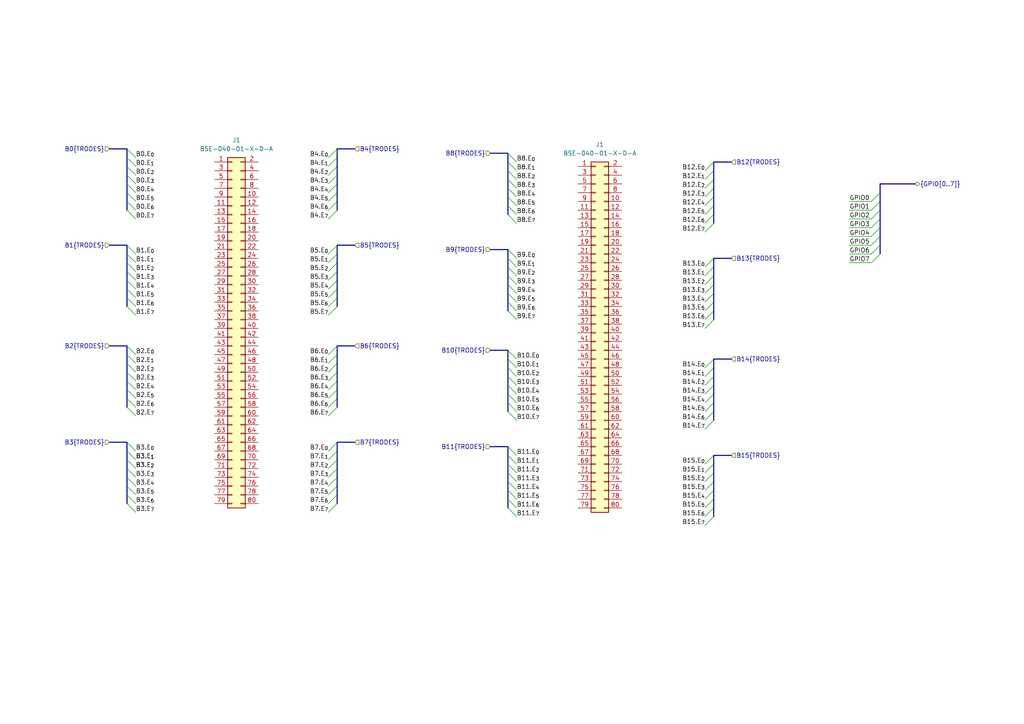
<source format=kicad_sch>
(kicad_sch (version 20230121) (generator eeschema)
  (paper "A4")
  (title_block (title "Extracellular Electrophysiology Test Board") (rev "A") (company "Open Ephys, Inc") (comment 1 "Jonathan P. Newman"))
  (lib_symbols
    (symbol "Connector_Generic:Conn_02x40_Odd_Even" (pin_names (offset 1.016) hide)
      (property "Reference" "J" (at 1.27 50.8 0))
      (property "Value" "Conn_02x40_Odd_Even" (at 1.27 -53.34 0))
      (symbol "Conn_02x40_Odd_Even_1_1"
        (rectangle (start -1.27 -50.673) (end 0 -50.927) (stroke (width 0.1524)))
        (rectangle (start -1.27 -48.133) (end 0 -48.387) (stroke (width 0.1524)))
        (rectangle (start -1.27 -45.593) (end 0 -45.847) (stroke (width 0.1524)))
        (rectangle (start -1.27 -43.053) (end 0 -43.307) (stroke (width 0.1524)))
        (rectangle (start -1.27 -40.513) (end 0 -40.767) (stroke (width 0.1524)))
        (rectangle (start -1.27 -37.973) (end 0 -38.227) (stroke (width 0.1524)))
        (rectangle (start -1.27 -35.433) (end 0 -35.687) (stroke (width 0.1524)))
        (rectangle (start -1.27 -32.893) (end 0 -33.147) (stroke (width 0.1524)))
        (rectangle (start -1.27 -30.353) (end 0 -30.607) (stroke (width 0.1524)))
        (rectangle (start -1.27 -27.813) (end 0 -28.067) (stroke (width 0.1524)))
        (rectangle (start -1.27 -25.273) (end 0 -25.527) (stroke (width 0.1524)))
        (rectangle (start -1.27 -22.733) (end 0 -22.987) (stroke (width 0.1524)))
        (rectangle (start -1.27 -20.193) (end 0 -20.447) (stroke (width 0.1524)))
        (rectangle (start -1.27 -17.653) (end 0 -17.907) (stroke (width 0.1524)))
        (rectangle (start -1.27 -15.113) (end 0 -15.367) (stroke (width 0.1524)))
        (rectangle (start -1.27 -12.573) (end 0 -12.827) (stroke (width 0.1524)))
        (rectangle (start -1.27 -10.033) (end 0 -10.287) (stroke (width 0.1524)))
        (rectangle (start -1.27 -7.493) (end 0 -7.747) (stroke (width 0.1524)))
        (rectangle (start -1.27 -4.953) (end 0 -5.207) (stroke (width 0.1524)))
        (rectangle (start -1.27 -2.413) (end 0 -2.667) (stroke (width 0.1524)))
        (rectangle (start -1.27 0.127) (end 0 -0.127) (stroke (width 0.1524)))
        (rectangle (start -1.27 2.667) (end 0 2.413) (stroke (width 0.1524)))
        (rectangle (start -1.27 5.207) (end 0 4.953) (stroke (width 0.1524)))
        (rectangle (start -1.27 7.747) (end 0 7.493) (stroke (width 0.1524)))
        (rectangle (start -1.27 10.287) (end 0 10.033) (stroke (width 0.1524)))
        (rectangle (start -1.27 12.827) (end 0 12.573) (stroke (width 0.1524)))
        (rectangle (start -1.27 15.367) (end 0 15.113) (stroke (width 0.1524)))
        (rectangle (start -1.27 17.907) (end 0 17.653) (stroke (width 0.1524)))
        (rectangle (start -1.27 20.447) (end 0 20.193) (stroke (width 0.1524)))
        (rectangle (start -1.27 22.987) (end 0 22.733) (stroke (width 0.1524)))
        (rectangle (start -1.27 25.527) (end 0 25.273) (stroke (width 0.1524)))
        (rectangle (start -1.27 28.067) (end 0 27.813) (stroke (width 0.1524)))
        (rectangle (start -1.27 30.607) (end 0 30.353) (stroke (width 0.1524)))
        (rectangle (start -1.27 33.147) (end 0 32.893) (stroke (width 0.1524)))
        (rectangle (start -1.27 35.687) (end 0 35.433) (stroke (width 0.1524)))
        (rectangle (start -1.27 38.227) (end 0 37.973) (stroke (width 0.1524)))
        (rectangle (start -1.27 40.767) (end 0 40.513) (stroke (width 0.1524)))
        (rectangle (start -1.27 43.307) (end 0 43.053) (stroke (width 0.1524)))
        (rectangle (start -1.27 45.847) (end 0 45.593) (stroke (width 0.1524)))
        (rectangle (start -1.27 48.387) (end 0 48.133) (stroke (width 0.1524)))
        (rectangle (start -1.27 49.53) (end 3.81 -52.07) (stroke (width 0.254)) (fill (type background)))
        (rectangle (start 3.81 -50.673) (end 2.54 -50.927) (stroke (width 0.1524)))
        (rectangle (start 3.81 -48.133) (end 2.54 -48.387) (stroke (width 0.1524)))
        (rectangle (start 3.81 -45.593) (end 2.54 -45.847) (stroke (width 0.1524)))
        (rectangle (start 3.81 -43.053) (end 2.54 -43.307) (stroke (width 0.1524)))
        (rectangle (start 3.81 -40.513) (end 2.54 -40.767) (stroke (width 0.1524)))
        (rectangle (start 3.81 -37.973) (end 2.54 -38.227) (stroke (width 0.1524)))
        (rectangle (start 3.81 -35.433) (end 2.54 -35.687) (stroke (width 0.1524)))
        (rectangle (start 3.81 -32.893) (end 2.54 -33.147) (stroke (width 0.1524)))
        (rectangle (start 3.81 -30.353) (end 2.54 -30.607) (stroke (width 0.1524)))
        (rectangle (start 3.81 -27.813) (end 2.54 -28.067) (stroke (width 0.1524)))
        (rectangle (start 3.81 -25.273) (end 2.54 -25.527) (stroke (width 0.1524)))
        (rectangle (start 3.81 -22.733) (end 2.54 -22.987) (stroke (width 0.1524)))
        (rectangle (start 3.81 -20.193) (end 2.54 -20.447) (stroke (width 0.1524)))
        (rectangle (start 3.81 -17.653) (end 2.54 -17.907) (stroke (width 0.1524)))
        (rectangle (start 3.81 -15.113) (end 2.54 -15.367) (stroke (width 0.1524)))
        (rectangle (start 3.81 -12.573) (end 2.54 -12.827) (stroke (width 0.1524)))
        (rectangle (start 3.81 -10.033) (end 2.54 -10.287) (stroke (width 0.1524)))
        (rectangle (start 3.81 -7.493) (end 2.54 -7.747) (stroke (width 0.1524)))
        (rectangle (start 3.81 -4.953) (end 2.54 -5.207) (stroke (width 0.1524)))
        (rectangle (start 3.81 -2.413) (end 2.54 -2.667) (stroke (width 0.1524)))
        (rectangle (start 3.81 0.127) (end 2.54 -0.127) (stroke (width 0.1524)))
        (rectangle (start 3.81 2.667) (end 2.54 2.413) (stroke (width 0.1524)))
        (rectangle (start 3.81 5.207) (end 2.54 4.953) (stroke (width 0.1524)))
        (rectangle (start 3.81 7.747) (end 2.54 7.493) (stroke (width 0.1524)))
        (rectangle (start 3.81 10.287) (end 2.54 10.033) (stroke (width 0.1524)))
        (rectangle (start 3.81 12.827) (end 2.54 12.573) (stroke (width 0.1524)))
        (rectangle (start 3.81 15.367) (end 2.54 15.113) (stroke (width 0.1524)))
        (rectangle (start 3.81 17.907) (end 2.54 17.653) (stroke (width 0.1524)))
        (rectangle (start 3.81 20.447) (end 2.54 20.193) (stroke (width 0.1524)))
        (rectangle (start 3.81 22.987) (end 2.54 22.733) (stroke (width 0.1524)))
        (rectangle (start 3.81 25.527) (end 2.54 25.273) (stroke (width 0.1524)))
        (rectangle (start 3.81 28.067) (end 2.54 27.813) (stroke (width 0.1524)))
        (rectangle (start 3.81 30.607) (end 2.54 30.353) (stroke (width 0.1524)))
        (rectangle (start 3.81 33.147) (end 2.54 32.893) (stroke (width 0.1524)))
        (rectangle (start 3.81 35.687) (end 2.54 35.433) (stroke (width 0.1524)))
        (rectangle (start 3.81 38.227) (end 2.54 37.973) (stroke (width 0.1524)))
        (rectangle (start 3.81 40.767) (end 2.54 40.513) (stroke (width 0.1524)))
        (rectangle (start 3.81 43.307) (end 2.54 43.053) (stroke (width 0.1524)))
        (rectangle (start 3.81 45.847) (end 2.54 45.593) (stroke (width 0.1524)))
        (rectangle (start 3.81 48.387) (end 2.54 48.133) (stroke (width 0.1524)))
        (pin passive line (at -5.08 48.26 0) (length 3.81) (name "Pin_1") (number "1"))
        (pin passive line (at 7.62 38.1 180) (length 3.81) (name "Pin_10") (number "10"))
        (pin passive line (at -5.08 35.56 0) (length 3.81) (name "Pin_11") (number "11"))
        (pin passive line (at 7.62 35.56 180) (length 3.81) (name "Pin_12") (number "12"))
        (pin passive line (at -5.08 33.02 0) (length 3.81) (name "Pin_13") (number "13"))
        (pin passive line (at 7.62 33.02 180) (length 3.81) (name "Pin_14") (number "14"))
        (pin passive line (at -5.08 30.48 0) (length 3.81) (name "Pin_15") (number "15"))
        (pin passive line (at 7.62 30.48 180) (length 3.81) (name "Pin_16") (number "16"))
        (pin passive line (at -5.08 27.94 0) (length 3.81) (name "Pin_17") (number "17"))
        (pin passive line (at 7.62 27.94 180) (length 3.81) (name "Pin_18") (number "18"))
        (pin passive line (at -5.08 25.4 0) (length 3.81) (name "Pin_19") (number "19"))
        (pin passive line (at 7.62 48.26 180) (length 3.81) (name "Pin_2") (number "2"))
        (pin passive line (at 7.62 25.4 180) (length 3.81) (name "Pin_20") (number "20"))
        (pin passive line (at -5.08 22.86 0) (length 3.81) (name "Pin_21") (number "21"))
        (pin passive line (at 7.62 22.86 180) (length 3.81) (name "Pin_22") (number "22"))
        (pin passive line (at -5.08 20.32 0) (length 3.81) (name "Pin_23") (number "23"))
        (pin passive line (at 7.62 20.32 180) (length 3.81) (name "Pin_24") (number "24"))
        (pin passive line (at -5.08 17.78 0) (length 3.81) (name "Pin_25") (number "25"))
        (pin passive line (at 7.62 17.78 180) (length 3.81) (name "Pin_26") (number "26"))
        (pin passive line (at -5.08 15.24 0) (length 3.81) (name "Pin_27") (number "27"))
        (pin passive line (at 7.62 15.24 180) (length 3.81) (name "Pin_28") (number "28"))
        (pin passive line (at -5.08 12.7 0) (length 3.81) (name "Pin_29") (number "29"))
        (pin passive line (at -5.08 45.72 0) (length 3.81) (name "Pin_3") (number "3"))
        (pin passive line (at 7.62 12.7 180) (length 3.81) (name "Pin_30") (number "30"))
        (pin passive line (at -5.08 10.16 0) (length 3.81) (name "Pin_31") (number "31"))
        (pin passive line (at 7.62 10.16 180) (length 3.81) (name "Pin_32") (number "32"))
        (pin passive line (at -5.08 7.62 0) (length 3.81) (name "Pin_33") (number "33"))
        (pin passive line (at 7.62 7.62 180) (length 3.81) (name "Pin_34") (number "34"))
        (pin passive line (at -5.08 5.08 0) (length 3.81) (name "Pin_35") (number "35"))
        (pin passive line (at 7.62 5.08 180) (length 3.81) (name "Pin_36") (number "36"))
        (pin passive line (at -5.08 2.54 0) (length 3.81) (name "Pin_37") (number "37"))
        (pin passive line (at 7.62 2.54 180) (length 3.81) (name "Pin_38") (number "38"))
        (pin passive line (at -5.08 0 0) (length 3.81) (name "Pin_39") (number "39"))
        (pin passive line (at 7.62 45.72 180) (length 3.81) (name "Pin_4") (number "4"))
        (pin passive line (at 7.62 0 180) (length 3.81) (name "Pin_40") (number "40"))
        (pin passive line (at -5.08 -2.54 0) (length 3.81) (name "Pin_41") (number "41"))
        (pin passive line (at 7.62 -2.54 180) (length 3.81) (name "Pin_42") (number "42"))
        (pin passive line (at -5.08 -5.08 0) (length 3.81) (name "Pin_43") (number "43"))
        (pin passive line (at 7.62 -5.08 180) (length 3.81) (name "Pin_44") (number "44"))
        (pin passive line (at -5.08 -7.62 0) (length 3.81) (name "Pin_45") (number "45"))
        (pin passive line (at 7.62 -7.62 180) (length 3.81) (name "Pin_46") (number "46"))
        (pin passive line (at -5.08 -10.16 0) (length 3.81) (name "Pin_47") (number "47"))
        (pin passive line (at 7.62 -10.16 180) (length 3.81) (name "Pin_48") (number "48"))
        (pin passive line (at -5.08 -12.7 0) (length 3.81) (name "Pin_49") (number "49"))
        (pin passive line (at -5.08 43.18 0) (length 3.81) (name "Pin_5") (number "5"))
        (pin passive line (at 7.62 -12.7 180) (length 3.81) (name "Pin_50") (number "50"))
        (pin passive line (at -5.08 -15.24 0) (length 3.81) (name "Pin_51") (number "51"))
        (pin passive line (at 7.62 -15.24 180) (length 3.81) (name "Pin_52") (number "52"))
        (pin passive line (at -5.08 -17.78 0) (length 3.81) (name "Pin_53") (number "53"))
        (pin passive line (at 7.62 -17.78 180) (length 3.81) (name "Pin_54") (number "54"))
        (pin passive line (at -5.08 -20.32 0) (length 3.81) (name "Pin_55") (number "55"))
        (pin passive line (at 7.62 -20.32 180) (length 3.81) (name "Pin_56") (number "56"))
        (pin passive line (at -5.08 -22.86 0) (length 3.81) (name "Pin_57") (number "57"))
        (pin passive line (at 7.62 -22.86 180) (length 3.81) (name "Pin_58") (number "58"))
        (pin passive line (at -5.08 -25.4 0) (length 3.81) (name "Pin_59") (number "59"))
        (pin passive line (at 7.62 43.18 180) (length 3.81) (name "Pin_6") (number "6"))
        (pin passive line (at 7.62 -25.4 180) (length 3.81) (name "Pin_60") (number "60"))
        (pin passive line (at -5.08 -27.94 0) (length 3.81) (name "Pin_61") (number "61"))
        (pin passive line (at 7.62 -27.94 180) (length 3.81) (name "Pin_62") (number "62"))
        (pin passive line (at -5.08 -30.48 0) (length 3.81) (name "Pin_63") (number "63"))
        (pin passive line (at 7.62 -30.48 180) (length 3.81) (name "Pin_64") (number "64"))
        (pin passive line (at -5.08 -33.02 0) (length 3.81) (name "Pin_65") (number "65"))
        (pin passive line (at 7.62 -33.02 180) (length 3.81) (name "Pin_66") (number "66"))
        (pin passive line (at -5.08 -35.56 0) (length 3.81) (name "Pin_67") (number "67"))
        (pin passive line (at 7.62 -35.56 180) (length 3.81) (name "Pin_68") (number "68"))
        (pin passive line (at -5.08 -38.1 0) (length 3.81) (name "Pin_69") (number "69"))
        (pin passive line (at -5.08 40.64 0) (length 3.81) (name "Pin_7") (number "7"))
        (pin passive line (at 7.62 -38.1 180) (length 3.81) (name "Pin_70") (number "70"))
        (pin passive line (at -5.08 -40.64 0) (length 3.81) (name "Pin_71") (number "71"))
        (pin passive line (at 7.62 -40.64 180) (length 3.81) (name "Pin_72") (number "72"))
        (pin passive line (at -5.08 -43.18 0) (length 3.81) (name "Pin_73") (number "73"))
        (pin passive line (at 7.62 -43.18 180) (length 3.81) (name "Pin_74") (number "74"))
        (pin passive line (at -5.08 -45.72 0) (length 3.81) (name "Pin_75") (number "75"))
        (pin passive line (at 7.62 -45.72 180) (length 3.81) (name "Pin_76") (number "76"))
        (pin passive line (at -5.08 -48.26 0) (length 3.81) (name "Pin_77") (number "77"))
        (pin passive line (at 7.62 -48.26 180) (length 3.81) (name "Pin_78") (number "78"))
        (pin passive line (at -5.08 -50.8 0) (length 3.81) (name "Pin_79") (number "79"))
        (pin passive line (at 7.62 40.64 180) (length 3.81) (name "Pin_8") (number "8"))
        (pin passive line (at 7.62 -50.8 180) (length 3.81) (name "Pin_80") (number "80"))
        (pin passive line (at -5.08 38.1 0) (length 3.81) (name "Pin_9") (number "9"))
      )
    )
  )
  (bus_alias "TRODES" (members "E_{0}" "E_{1}" "E_{2}" "E_{3}" "E_{4}" "E_{5}" "E_{6}" "E_{7}"))
  (bus_entry (at 36.83 107.95) (size 2.54 2.54))
  (bus_entry (at 97.79 110.49) (size -2.54 2.54))
  (bus_entry (at 36.83 115.57) (size 2.54 2.54))
  (bus_entry (at 97.79 45.72) (size -2.54 2.54))
  (bus_entry (at 147.32 132.08) (size 2.54 2.54))
  (bus_entry (at 36.83 45.72) (size 2.54 2.54))
  (bus_entry (at 147.32 44.45) (size 2.54 2.54))
  (bus_entry (at 255.27 55.88) (size -2.54 2.54))
  (bus_entry (at 207.01 64.77) (size -2.54 2.54))
  (bus_entry (at 255.27 60.96) (size -2.54 2.54))
  (bus_entry (at 147.32 109.22) (size 2.54 2.54))
  (bus_entry (at 255.27 73.66) (size -2.54 2.54))
  (bus_entry (at 207.01 87.63) (size -2.54 2.54))
  (bus_entry (at 207.01 116.84) (size -2.54 2.54))
  (bus_entry (at 147.32 62.23) (size 2.54 2.54))
  (bus_entry (at 207.01 111.76) (size -2.54 2.54))
  (bus_entry (at 36.83 86.36) (size 2.54 2.54))
  (bus_entry (at 207.01 137.16) (size -2.54 2.54))
  (bus_entry (at 207.01 149.86) (size -2.54 2.54))
  (bus_entry (at 147.32 72.39) (size 2.54 2.54))
  (bus_entry (at 207.01 80.01) (size -2.54 2.54))
  (bus_entry (at 36.83 60.96) (size 2.54 2.54))
  (bus_entry (at 147.32 46.99) (size 2.54 2.54))
  (bus_entry (at 147.32 49.53) (size 2.54 2.54))
  (bus_entry (at 97.79 73.66) (size -2.54 2.54))
  (bus_entry (at 207.01 59.69) (size -2.54 2.54))
  (bus_entry (at 97.79 105.41) (size -2.54 2.54))
  (bus_entry (at 207.01 132.08) (size -2.54 2.54))
  (bus_entry (at 207.01 142.24) (size -2.54 2.54))
  (bus_entry (at 147.32 137.16) (size 2.54 2.54))
  (bus_entry (at 97.79 135.89) (size -2.54 2.54))
  (bus_entry (at 36.83 76.2) (size 2.54 2.54))
  (bus_entry (at 207.01 121.92) (size -2.54 2.54))
  (bus_entry (at 36.83 133.35) (size 2.54 2.54))
  (bus_entry (at 36.83 105.41) (size 2.54 2.54))
  (bus_entry (at 97.79 60.96) (size -2.54 2.54))
  (bus_entry (at 207.01 54.61) (size -2.54 2.54))
  (bus_entry (at 97.79 107.95) (size -2.54 2.54))
  (bus_entry (at 147.32 119.38) (size 2.54 2.54))
  (bus_entry (at 147.32 142.24) (size 2.54 2.54))
  (bus_entry (at 36.83 146.05) (size 2.54 2.54))
  (bus_entry (at 147.32 52.07) (size 2.54 2.54))
  (bus_entry (at 207.01 114.3) (size -2.54 2.54))
  (bus_entry (at 36.83 140.97) (size 2.54 2.54))
  (bus_entry (at 36.83 135.89) (size 2.54 2.54))
  (bus_entry (at 207.01 82.55) (size -2.54 2.54))
  (bus_entry (at 207.01 139.7) (size -2.54 2.54))
  (bus_entry (at 147.32 82.55) (size 2.54 2.54))
  (bus_entry (at 147.32 87.63) (size 2.54 2.54))
  (bus_entry (at 207.01 74.93) (size -2.54 2.54))
  (bus_entry (at 207.01 106.68) (size -2.54 2.54))
  (bus_entry (at 207.01 104.14) (size -2.54 2.54))
  (bus_entry (at 36.83 81.28) (size 2.54 2.54))
  (bus_entry (at 147.32 80.01) (size 2.54 2.54))
  (bus_entry (at 255.27 58.42) (size -2.54 2.54))
  (bus_entry (at 147.32 111.76) (size 2.54 2.54))
  (bus_entry (at 207.01 134.62) (size -2.54 2.54))
  (bus_entry (at 207.01 92.71) (size -2.54 2.54))
  (bus_entry (at 36.83 128.27) (size 2.54 2.54))
  (bus_entry (at 36.83 78.74) (size 2.54 2.54))
  (bus_entry (at 36.83 53.34) (size 2.54 2.54))
  (bus_entry (at 147.32 59.69) (size 2.54 2.54))
  (bus_entry (at 36.83 48.26) (size 2.54 2.54))
  (bus_entry (at 207.01 62.23) (size -2.54 2.54))
  (bus_entry (at 97.79 76.2) (size -2.54 2.54))
  (bus_entry (at 147.32 101.6) (size 2.54 2.54))
  (bus_entry (at 36.83 138.43) (size 2.54 2.54))
  (bus_entry (at 207.01 77.47) (size -2.54 2.54))
  (bus_entry (at 147.32 139.7) (size 2.54 2.54))
  (bus_entry (at 97.79 138.43) (size -2.54 2.54))
  (bus_entry (at 36.83 58.42) (size 2.54 2.54))
  (bus_entry (at 147.32 85.09) (size 2.54 2.54))
  (bus_entry (at 36.83 113.03) (size 2.54 2.54))
  (bus_entry (at 36.83 43.18) (size 2.54 2.54))
  (bus_entry (at 207.01 119.38) (size -2.54 2.54))
  (bus_entry (at 147.32 90.17) (size 2.54 2.54))
  (bus_entry (at 147.32 106.68) (size 2.54 2.54))
  (bus_entry (at 97.79 88.9) (size -2.54 2.54))
  (bus_entry (at 207.01 90.17) (size -2.54 2.54))
  (bus_entry (at 147.32 129.54) (size 2.54 2.54))
  (bus_entry (at 97.79 113.03) (size -2.54 2.54))
  (bus_entry (at 97.79 50.8) (size -2.54 2.54))
  (bus_entry (at 97.79 140.97) (size -2.54 2.54))
  (bus_entry (at 97.79 115.57) (size -2.54 2.54))
  (bus_entry (at 207.01 46.99) (size -2.54 2.54))
  (bus_entry (at 97.79 86.36) (size -2.54 2.54))
  (bus_entry (at 255.27 66.04) (size -2.54 2.54))
  (bus_entry (at 147.32 74.93) (size 2.54 2.54))
  (bus_entry (at 207.01 85.09) (size -2.54 2.54))
  (bus_entry (at 147.32 147.32) (size 2.54 2.54))
  (bus_entry (at 36.83 100.33) (size 2.54 2.54))
  (bus_entry (at 97.79 100.33) (size -2.54 2.54))
  (bus_entry (at 97.79 78.74) (size -2.54 2.54))
  (bus_entry (at 207.01 49.53) (size -2.54 2.54))
  (bus_entry (at 36.83 55.88) (size 2.54 2.54))
  (bus_entry (at 147.32 57.15) (size 2.54 2.54))
  (bus_entry (at 36.83 73.66) (size 2.54 2.54))
  (bus_entry (at 207.01 57.15) (size -2.54 2.54))
  (bus_entry (at 97.79 102.87) (size -2.54 2.54))
  (bus_entry (at 97.79 53.34) (size -2.54 2.54))
  (bus_entry (at 207.01 52.07) (size -2.54 2.54))
  (bus_entry (at 97.79 143.51) (size -2.54 2.54))
  (bus_entry (at 97.79 128.27) (size -2.54 2.54))
  (bus_entry (at 36.83 130.81) (size 2.54 2.54))
  (bus_entry (at 97.79 133.35) (size -2.54 2.54))
  (bus_entry (at 97.79 83.82) (size -2.54 2.54))
  (bus_entry (at 36.83 71.12) (size 2.54 2.54))
  (bus_entry (at 147.32 104.14) (size 2.54 2.54))
  (bus_entry (at 97.79 146.05) (size -2.54 2.54))
  (bus_entry (at 207.01 109.22) (size -2.54 2.54))
  (bus_entry (at 147.32 114.3) (size 2.54 2.54))
  (bus_entry (at 36.83 50.8) (size 2.54 2.54))
  (bus_entry (at 147.32 134.62) (size 2.54 2.54))
  (bus_entry (at 97.79 71.12) (size -2.54 2.54))
  (bus_entry (at 97.79 43.18) (size -2.54 2.54))
  (bus_entry (at 36.83 88.9) (size 2.54 2.54))
  (bus_entry (at 36.83 83.82) (size 2.54 2.54))
  (bus_entry (at 36.83 143.51) (size 2.54 2.54))
  (bus_entry (at 255.27 63.5) (size -2.54 2.54))
  (bus_entry (at 97.79 118.11) (size -2.54 2.54))
  (bus_entry (at 36.83 110.49) (size 2.54 2.54))
  (bus_entry (at 255.27 71.12) (size -2.54 2.54))
  (bus_entry (at 97.79 58.42) (size -2.54 2.54))
  (bus_entry (at 97.79 81.28) (size -2.54 2.54))
  (bus_entry (at 36.83 102.87) (size 2.54 2.54))
  (bus_entry (at 36.83 118.11) (size 2.54 2.54))
  (bus_entry (at 97.79 130.81) (size -2.54 2.54))
  (bus_entry (at 207.01 144.78) (size -2.54 2.54))
  (bus_entry (at 147.32 54.61) (size 2.54 2.54))
  (bus_entry (at 255.27 68.58) (size -2.54 2.54))
  (bus_entry (at 147.32 77.47) (size 2.54 2.54))
  (bus_entry (at 207.01 147.32) (size -2.54 2.54))
  (bus_entry (at 97.79 55.88) (size -2.54 2.54))
  (bus_entry (at 147.32 144.78) (size 2.54 2.54))
  (bus_entry (at 97.79 48.26) (size -2.54 2.54))
  (bus_entry (at 147.32 116.84) (size 2.54 2.54))
  (bus (pts (xy 36.83 50.8) (xy 36.83 53.34)))
  (bus (pts (xy 147.32 82.55) (xy 147.32 85.09)))
  (bus (pts (xy 147.32 54.61) (xy 147.32 57.15)))
  (bus (pts (xy 147.32 52.07) (xy 147.32 54.61)))
  (bus (pts (xy 207.01 142.24) (xy 207.01 144.78)))
  (wire (pts (xy 246.38 73.66) (xy 252.73 73.66)))
  (bus (pts (xy 147.32 101.6) (xy 147.32 104.14)))
  (bus (pts (xy 147.32 85.09) (xy 147.32 87.63)))
  (bus (pts (xy 36.83 53.34) (xy 36.83 55.88)))
  (bus (pts (xy 36.83 86.36) (xy 36.83 88.9)))
  (bus (pts (xy 207.01 139.7) (xy 207.01 142.24)))
  (bus (pts (xy 207.01 111.76) (xy 207.01 114.3)))
  (bus (pts (xy 36.83 105.41) (xy 36.83 107.95)))
  (bus (pts (xy 31.75 43.18) (xy 36.83 43.18)))
  (bus (pts (xy 147.32 106.68) (xy 147.32 109.22)))
  (bus (pts (xy 36.83 102.87) (xy 36.83 105.41)))
  (bus (pts (xy 207.01 52.07) (xy 207.01 54.61)))
  (wire (pts (xy 246.38 76.2) (xy 252.73 76.2)))
  (bus (pts (xy 36.83 81.28) (xy 36.83 83.82)))
  (bus (pts (xy 36.83 100.33) (xy 36.83 102.87)))
  (bus (pts (xy 97.79 73.66) (xy 97.79 76.2)))
  (bus (pts (xy 207.01 147.32) (xy 207.01 149.86)))
  (bus (pts (xy 207.01 137.16) (xy 207.01 139.7)))
  (bus (pts (xy 207.01 74.93) (xy 207.01 77.47)))
  (bus (pts (xy 207.01 54.61) (xy 207.01 57.15)))
  (bus (pts (xy 255.27 66.04) (xy 255.27 68.58)))
  (bus (pts (xy 147.32 46.99) (xy 147.32 49.53)))
  (bus (pts (xy 97.79 107.95) (xy 97.79 110.49)))
  (bus (pts (xy 97.79 135.89) (xy 97.79 138.43)))
  (bus (pts (xy 207.01 87.63) (xy 207.01 90.17)))
  (bus (pts (xy 207.01 144.78) (xy 207.01 147.32)))
  (wire (pts (xy 246.38 63.5) (xy 252.73 63.5)))
  (bus (pts (xy 207.01 62.23) (xy 207.01 64.77)))
  (bus (pts (xy 147.32 87.63) (xy 147.32 90.17)))
  (bus (pts (xy 207.01 114.3) (xy 207.01 116.84)))
  (bus (pts (xy 207.01 59.69) (xy 207.01 62.23)))
  (wire (pts (xy 246.38 58.42) (xy 252.73 58.42)))
  (bus (pts (xy 97.79 45.72) (xy 97.79 48.26)))
  (bus (pts (xy 36.83 58.42) (xy 36.83 60.96)))
  (bus (pts (xy 207.01 46.99) (xy 207.01 49.53)))
  (bus (pts (xy 36.83 71.12) (xy 36.83 73.66)))
  (bus (pts (xy 207.01 109.22) (xy 207.01 111.76)))
  (bus (pts (xy 255.27 60.96) (xy 255.27 63.5)))
  (bus (pts (xy 97.79 58.42) (xy 97.79 60.96)))
  (bus (pts (xy 147.32 49.53) (xy 147.32 52.07)))
  (bus (pts (xy 97.79 71.12) (xy 97.79 73.66)))
  (bus (pts (xy 31.75 100.33) (xy 36.83 100.33)))
  (bus (pts (xy 36.83 45.72) (xy 36.83 48.26)))
  (wire (pts (xy 246.38 66.04) (xy 252.73 66.04)))
  (bus (pts (xy 97.79 115.57) (xy 97.79 118.11)))
  (bus (pts (xy 207.01 49.53) (xy 207.01 52.07)))
  (bus (pts (xy 102.87 128.27) (xy 97.79 128.27)))
  (bus (pts (xy 147.32 137.16) (xy 147.32 139.7)))
  (bus (pts (xy 97.79 86.36) (xy 97.79 88.9)))
  (bus (pts (xy 36.83 138.43) (xy 36.83 140.97)))
  (bus (pts (xy 36.83 110.49) (xy 36.83 113.03)))
  (bus (pts (xy 147.32 109.22) (xy 147.32 111.76)))
  (bus (pts (xy 255.27 71.12) (xy 255.27 73.66)))
  (bus (pts (xy 36.83 73.66) (xy 36.83 76.2)))
  (bus (pts (xy 147.32 129.54) (xy 147.32 132.08)))
  (bus (pts (xy 97.79 128.27) (xy 97.79 130.81)))
  (wire (pts (xy 246.38 60.96) (xy 252.73 60.96)))
  (bus (pts (xy 36.83 140.97) (xy 36.83 143.51)))
  (bus (pts (xy 36.83 76.2) (xy 36.83 78.74)))
  (bus (pts (xy 102.87 43.18) (xy 97.79 43.18)))
  (bus (pts (xy 102.87 100.33) (xy 97.79 100.33)))
  (bus (pts (xy 207.01 77.47) (xy 207.01 80.01)))
  (bus (pts (xy 147.32 77.47) (xy 147.32 80.01)))
  (bus (pts (xy 255.27 55.88) (xy 255.27 58.42)))
  (bus (pts (xy 102.87 71.12) (xy 97.79 71.12)))
  (bus (pts (xy 212.09 74.93) (xy 207.01 74.93)))
  (bus (pts (xy 207.01 116.84) (xy 207.01 119.38)))
  (bus (pts (xy 97.79 110.49) (xy 97.79 113.03)))
  (bus (pts (xy 97.79 133.35) (xy 97.79 135.89)))
  (bus (pts (xy 207.01 82.55) (xy 207.01 85.09)))
  (bus (pts (xy 212.09 104.14) (xy 207.01 104.14)))
  (bus (pts (xy 207.01 134.62) (xy 207.01 137.16)))
  (bus (pts (xy 97.79 105.41) (xy 97.79 107.95)))
  (bus (pts (xy 97.79 130.81) (xy 97.79 133.35)))
  (bus (pts (xy 36.83 133.35) (xy 36.83 135.89)))
  (bus (pts (xy 97.79 100.33) (xy 97.79 102.87)))
  (bus (pts (xy 147.32 116.84) (xy 147.32 119.38)))
  (bus (pts (xy 36.83 115.57) (xy 36.83 118.11)))
  (bus (pts (xy 207.01 57.15) (xy 207.01 59.69)))
  (bus (pts (xy 97.79 83.82) (xy 97.79 86.36)))
  (bus (pts (xy 142.24 72.39) (xy 147.32 72.39)))
  (bus (pts (xy 97.79 76.2) (xy 97.79 78.74)))
  (bus (pts (xy 255.27 53.34) (xy 255.27 55.88)))
  (bus (pts (xy 147.32 44.45) (xy 147.32 46.99)))
  (bus (pts (xy 31.75 128.27) (xy 36.83 128.27)))
  (bus (pts (xy 97.79 50.8) (xy 97.79 53.34)))
  (bus (pts (xy 97.79 143.51) (xy 97.79 146.05)))
  (bus (pts (xy 147.32 111.76) (xy 147.32 114.3)))
  (bus (pts (xy 36.83 83.82) (xy 36.83 86.36)))
  (wire (pts (xy 246.38 68.58) (xy 252.73 68.58)))
  (bus (pts (xy 147.32 134.62) (xy 147.32 137.16)))
  (bus (pts (xy 97.79 43.18) (xy 97.79 45.72)))
  (bus (pts (xy 97.79 53.34) (xy 97.79 55.88)))
  (bus (pts (xy 36.83 128.27) (xy 36.83 130.81)))
  (bus (pts (xy 36.83 130.81) (xy 36.83 133.35)))
  (bus (pts (xy 36.83 135.89) (xy 36.83 138.43)))
  (bus (pts (xy 36.83 48.26) (xy 36.83 50.8)))
  (bus (pts (xy 255.27 53.34) (xy 265.43 53.34)))
  (bus (pts (xy 207.01 119.38) (xy 207.01 121.92)))
  (bus (pts (xy 147.32 104.14) (xy 147.32 106.68)))
  (bus (pts (xy 147.32 139.7) (xy 147.32 142.24)))
  (bus (pts (xy 207.01 132.08) (xy 207.01 134.62)))
  (bus (pts (xy 147.32 57.15) (xy 147.32 59.69)))
  (bus (pts (xy 255.27 58.42) (xy 255.27 60.96)))
  (bus (pts (xy 36.83 113.03) (xy 36.83 115.57)))
  (bus (pts (xy 36.83 143.51) (xy 36.83 146.05)))
  (bus (pts (xy 147.32 74.93) (xy 147.32 77.47)))
  (bus (pts (xy 31.75 71.12) (xy 36.83 71.12)))
  (bus (pts (xy 207.01 80.01) (xy 207.01 82.55)))
  (bus (pts (xy 97.79 113.03) (xy 97.79 115.57)))
  (bus (pts (xy 36.83 55.88) (xy 36.83 58.42)))
  (bus (pts (xy 147.32 132.08) (xy 147.32 134.62)))
  (bus (pts (xy 207.01 85.09) (xy 207.01 87.63)))
  (bus (pts (xy 142.24 101.6) (xy 147.32 101.6)))
  (bus (pts (xy 142.24 129.54) (xy 147.32 129.54)))
  (bus (pts (xy 255.27 68.58) (xy 255.27 71.12)))
  (bus (pts (xy 97.79 55.88) (xy 97.79 58.42)))
  (bus (pts (xy 97.79 48.26) (xy 97.79 50.8)))
  (bus (pts (xy 36.83 43.18) (xy 36.83 45.72)))
  (bus (pts (xy 36.83 78.74) (xy 36.83 81.28)))
  (bus (pts (xy 147.32 72.39) (xy 147.32 74.93)))
  (bus (pts (xy 97.79 81.28) (xy 97.79 83.82)))
  (bus (pts (xy 255.27 63.5) (xy 255.27 66.04)))
  (bus (pts (xy 207.01 104.14) (xy 207.01 106.68)))
  (bus (pts (xy 147.32 80.01) (xy 147.32 82.55)))
  (bus (pts (xy 36.83 107.95) (xy 36.83 110.49)))
  (bus (pts (xy 212.09 132.08) (xy 207.01 132.08)))
  (bus (pts (xy 147.32 144.78) (xy 147.32 147.32)))
  (bus (pts (xy 97.79 138.43) (xy 97.79 140.97)))
  (bus (pts (xy 207.01 106.68) (xy 207.01 109.22)))
  (bus (pts (xy 97.79 78.74) (xy 97.79 81.28)))
  (bus (pts (xy 212.09 46.99) (xy 207.01 46.99)))
  (bus (pts (xy 147.32 59.69) (xy 147.32 62.23)))
  (bus (pts (xy 97.79 102.87) (xy 97.79 105.41)))
  (bus (pts (xy 97.79 140.97) (xy 97.79 143.51)))
  (bus (pts (xy 147.32 142.24) (xy 147.32 144.78)))
  (bus (pts (xy 147.32 114.3) (xy 147.32 116.84)))
  (bus (pts (xy 142.24 44.45) (xy 147.32 44.45)))
  (bus (pts (xy 207.01 90.17) (xy 207.01 92.71)))
  (wire (pts (xy 246.38 71.12) (xy 252.73 71.12)))
  (label "B4.E_{3}" (at 95.25 53.34 180))
  (label "B4.E_{1}" (at 95.25 48.26 180))
  (label "B1.E_{6}" (at 39.37 88.9 0))
  (label "B12.E_{5}" (at 204.47 62.23 180))
  (label "B11.E_{5}" (at 149.86 144.78 0))
  (label "B13.E_{5}" (at 204.47 90.17 180))
  (label "B6.E_{4}" (at 95.25 113.03 180))
  (label "B14.E_{3}" (at 204.47 114.3 180))
  (label "GPIO5" (at 246.38 71.12 0))
  (label "B6.E_{3}" (at 95.25 110.49 180))
  (label "B0.E_{4}" (at 39.37 55.88 0))
  (label "B7.E_{2}" (at 95.25 135.89 180))
  (label "B14.E_{1}" (at 204.47 109.22 180))
  (label "B8.E_{4}" (at 149.86 57.15 0))
  (label "B10.E_{0}" (at 149.86 104.14 0))
  (label "B0.E_{6}" (at 39.37 60.96 0))
  (label "B8.E_{1}" (at 149.86 49.53 0))
  (label "B9.E_{5}" (at 149.86 87.63 0))
  (label "B1.E_{0}" (at 39.37 73.66 0))
  (label "B4.E_{4}" (at 95.25 55.88 180))
  (label "B5.E_{5}" (at 95.25 86.36 180))
  (label "B8.E_{0}" (at 149.86 46.99 0))
  (label "B12.E_{2}" (at 204.47 54.61 180))
  (label "B3.E_{1}" (at 39.37 133.35 0))
  (label "B7.E_{5}" (at 95.25 143.51 180))
  (label "B3.E_{2}" (at 39.37 135.89 0))
  (label "B13.E_{3}" (at 204.47 85.09 180))
  (label "B11.E_{4}" (at 149.86 142.24 0))
  (label "B13.E_{7}" (at 204.47 95.25 180))
  (label "B8.E_{6}" (at 149.86 62.23 0))
  (label "B12.E_{3}" (at 204.47 57.15 180))
  (label "B8.E_{3}" (at 149.86 54.61 0))
  (label "B0.E_{2}" (at 39.37 50.8 0))
  (label "GPIO1" (at 246.38 60.96 0))
  (label "B15.E_{2}" (at 204.47 139.7 180))
  (label "B13.E_{6}" (at 204.47 92.71 180))
  (label "B9.E_{2}" (at 149.86 80.01 0))
  (label "B0.E_{0}" (at 39.37 45.72 0))
  (label "B15.E_{1}" (at 204.47 137.16 180))
  (label "B3.E_{3}" (at 39.37 138.43 0))
  (label "B15.E_{7}" (at 204.47 152.4 180))
  (label "GPIO4" (at 246.38 68.58 0))
  (label "B4.E_{2}" (at 95.25 50.8 180))
  (label "B7.E_{3}" (at 95.25 138.43 180))
  (label "B6.E_{7}" (at 95.25 120.65 180))
  (label "B2.E_{6}" (at 39.37 118.11 0))
  (label "B15.E_{3}" (at 204.47 142.24 180))
  (label "B3.E_{7}" (at 39.37 148.59 0))
  (label "B12.E_{1}" (at 204.47 52.07 180))
  (label "B7.E_{6}" (at 95.25 146.05 180))
  (label "B10.E_{7}" (at 149.86 121.92 0))
  (label "B1.E_{3}" (at 39.37 81.28 0))
  (label "B6.E_{5}" (at 95.25 115.57 180))
  (label "B11.E_{1}" (at 149.86 134.62 0))
  (label "B5.E_{3}" (at 95.25 81.28 180))
  (label "GPIO7" (at 246.38 76.2 0))
  (label "B6.E_{0}" (at 95.25 102.87 180))
  (label "B11.E_{7}" (at 149.86 149.86 0))
  (label "B1.E_{7}" (at 39.37 91.44 0))
  (label "B0.E_{1}" (at 39.37 48.26 0))
  (label "B13.E_{1}" (at 204.47 80.01 180))
  (label "B9.E_{3}" (at 149.86 82.55 0))
  (label "B15.E_{5}" (at 204.47 147.32 180))
  (label "B12.E_{4}" (at 204.47 59.69 180))
  (label "B14.E_{0}" (at 204.47 106.68 180))
  (label "B9.E_{4}" (at 149.86 85.09 0))
  (label "B10.E_{4}" (at 149.86 114.3 0))
  (label "B5.E_{2}" (at 95.25 78.74 180))
  (label "B7.E_{0}" (at 95.25 130.81 180))
  (label "B3.E_{6}" (at 39.37 146.05 0))
  (label "B10.E_{5}" (at 149.86 116.84 0))
  (label "B1.E_{5}" (at 39.37 86.36 0))
  (label "B2.E_{5}" (at 39.37 115.57 0))
  (label "B14.E_{6}" (at 204.47 121.92 180))
  (label "B9.E_{1}" (at 149.86 77.47 0))
  (label "B14.E_{2}" (at 204.47 111.76 180))
  (label "B7.E_{1}" (at 95.25 133.35 180))
  (label "B12.E_{7}" (at 204.47 67.31 180))
  (label "B6.E_{6}" (at 95.25 118.11 180))
  (label "B13.E_{0}" (at 204.47 77.47 180))
  (label "B10.E_{1}" (at 149.86 106.68 0))
  (label "B1.E_{4}" (at 39.37 83.82 0))
  (label "B14.E_{4}" (at 204.47 116.84 180))
  (label "B3.E_{2}" (at 39.37 135.89 0))
  (label "B2.E_{1}" (at 39.37 105.41 0))
  (label "B4.E_{7}" (at 95.25 63.5 180))
  (label "B3.E_{1}" (at 39.37 133.35 0))
  (label "B8.E_{7}" (at 149.86 64.77 0))
  (label "B5.E_{4}" (at 95.25 83.82 180))
  (label "B0.E_{5}" (at 39.37 58.42 0))
  (label "B11.E_{2}" (at 149.86 137.16 0))
  (label "B5.E_{0}" (at 95.25 73.66 180))
  (label "GPIO3" (at 246.38 66.04 0))
  (label "B3.E_{5}" (at 39.37 143.51 0))
  (label "B9.E_{7}" (at 149.86 92.71 0))
  (label "B5.E_{1}" (at 95.25 76.2 180))
  (label "B10.E_{6}" (at 149.86 119.38 0))
  (label "B11.E_{3}" (at 149.86 139.7 0))
  (label "B8.E_{5}" (at 149.86 59.69 0))
  (label "B4.E_{5}" (at 95.25 58.42 180))
  (label "B12.E_{6}" (at 204.47 64.77 180))
  (label "B0.E_{3}" (at 39.37 53.34 0))
  (label "B9.E_{6}" (at 149.86 90.17 0))
  (label "B4.E_{0}" (at 95.25 45.72 180))
  (label "B13.E_{2}" (at 204.47 82.55 180))
  (label "B7.E_{7}" (at 95.25 148.59 180))
  (label "GPIO2" (at 246.38 63.5 0))
  (label "B7.E_{4}" (at 95.25 140.97 180))
  (label "B2.E_{7}" (at 39.37 120.65 0))
  (label "B11.E_{0}" (at 149.86 132.08 0))
  (label "GPIO0" (at 246.38 58.42 0))
  (label "B4.E_{6}" (at 95.25 60.96 180))
  (label "B13.E_{4}" (at 204.47 87.63 180))
  (label "B14.E_{7}" (at 204.47 124.46 180))
  (label "B15.E_{4}" (at 204.47 144.78 180))
  (label "B2.E_{4}" (at 39.37 113.03 0))
  (label "B10.E_{2}" (at 149.86 109.22 0))
  (label "B6.E_{2}" (at 95.25 107.95 180))
  (label "B1.E_{1}" (at 39.37 76.2 0))
  (label "B10.E_{3}" (at 149.86 111.76 0))
  (label "B5.E_{6}" (at 95.25 88.9 180))
  (label "B2.E_{0}" (at 39.37 102.87 0))
  (label "B6.E_{1}" (at 95.25 105.41 180))
  (label "B0.E_{7}" (at 39.37 63.5 0))
  (label "B2.E_{2}" (at 39.37 107.95 0))
  (label "B15.E_{6}" (at 204.47 149.86 180))
  (label "B8.E_{2}" (at 149.86 52.07 0))
  (label "B1.E_{2}" (at 39.37 78.74 0))
  (label "B5.E_{7}" (at 95.25 91.44 180))
  (label "B3.E_{0}" (at 39.37 130.81 0))
  (label "B3.E_{4}" (at 39.37 140.97 0))
  (label "B12.E_{0}" (at 204.47 49.53 180))
  (label "B9.E_{0}" (at 149.86 74.93 0))
  (label "B2.E_{3}" (at 39.37 110.49 0))
  (label "B11.E_{6}" (at 149.86 147.32 0))
  (label "B14.E_{5}" (at 204.47 119.38 180))
  (label "B15.E_{0}" (at 204.47 134.62 180))
  (label "GPIO6" (at 246.38 73.66 0))
  (hierarchical_label "B0{TRODES}" (shape input) (at 31.75 43.18 180))
  (hierarchical_label "B14{TRODES}" (shape input) (at 212.09 104.14 0))
  (hierarchical_label "B11{TRODES}" (shape input) (at 142.24 129.54 180))
  (hierarchical_label "B6{TRODES}" (shape input) (at 102.87 100.33 0))
  (hierarchical_label "B2{TRODES}" (shape input) (at 31.75 100.33 180))
  (hierarchical_label "B8{TRODES}" (shape input) (at 142.24 44.45 180))
  (hierarchical_label "B5{TRODES}" (shape input) (at 102.87 71.12 0))
  (hierarchical_label "B4{TRODES}" (shape input) (at 102.87 43.18 0))
  (hierarchical_label "B15{TRODES}" (shape input) (at 212.09 132.08 0))
  (hierarchical_label "B9{TRODES}" (shape input) (at 142.24 72.39 180))
  (hierarchical_label "B3{TRODES}" (shape input) (at 31.75 128.27 180))
  (hierarchical_label "B1{TRODES}" (shape input) (at 31.75 71.12 180))
  (hierarchical_label "{GPIO[0..7]}" (shape bidirectional) (at 265.43 53.34 0))
  (hierarchical_label "B12{TRODES}" (shape input) (at 212.09 46.99 0))
  (hierarchical_label "B10{TRODES}" (shape input) (at 142.24 101.6 180))
  (hierarchical_label "B13{TRODES}" (shape input) (at 212.09 74.93 0))
  (hierarchical_label "B7{TRODES}" (shape input) (at 102.87 128.27 0))
  (symbol (lib_id "Connector_Generic:Conn_02x40_Odd_Even") (at 172.72 96.52 0) (unit 1)
    (property "Reference" "J1" (at 173.99 41.91 0))
    (property "Value" "BSE-040-01-X-D-A" (at 173.99 44.45 0))
    (property "Footprint" "jonnew:SAMTEC_BSE-040-01-X-D-A" (effects hide))
    (instances (project "ecp5u85-bse-usb" (path "" (reference "J1") (unit 1))) (project "singal-path-test-board" (path "" (reference "J2") (unit 1))))
  )
  (symbol (lib_id "Connector_Generic:Conn_02x40_Odd_Even") (at 67.31 95.25 0) (unit 1)
    (property "Reference" "J1" (at 68.58 40.64 0))
    (property "Value" "BSE-040-01-X-D-A" (at 68.58 43.18 0))
    (property "Footprint" "jonnew:SAMTEC_BSE-040-01-X-D-A" (effects hide))
  )
)
</source>
